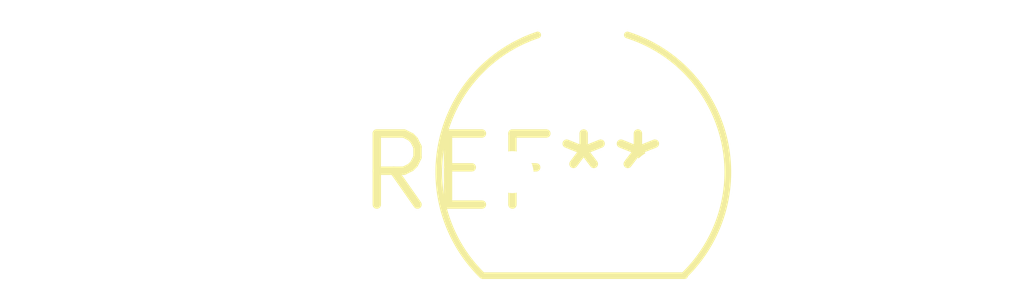
<source format=kicad_pcb>
(kicad_pcb (version 20240108) (generator pcbnew)
  (layers (0 "F.Cu" signal) (31 "B.Cu" signal) (34 "B.Paste" user) (35 "F.Paste" user) (36 "B.SilkS" user "B.Silkscreen") (37 "F.SilkS" user "F.Silkscreen") (38 "B.Mask" user) (39 "F.Mask" user) (44 "Edge.Cuts" user))
  (net 0 "")
  (footprint "TO-92_HandSolder" (layer "F.Cu") (at 0 0)
    (property "Reference" "REF**")
    (property "Value" "TO-92_HandSolder")
    (fp_line (start -0.53 1.85) (end 3.07 1.85) (layer "F.SilkS") (stroke (width 0.12)))
    (fp_arc (start -0.541875 1.841741) (mid -1.247231 -0.581764) (end 0.45 -2.45) (layer "F.SilkS") (stroke (width 0.12)))
    (fp_arc (start 2.05 -2.45) (mid 3.769931 -0.601036) (end 3.078445 1.827684) (layer "F.SilkS") (stroke (width 0.12)))
    (pad "1" thru_hole rect (at 0 0) (size 1.1 1.8) (drill 0.75 (offset 0 0.4)) (layers *.Cu *.Mask) (remove_unused_layers))
    (pad "2" thru_hole roundrect (at 1.27 -1.27) (size 1.1 1.8) (drill 0.75 (offset 0 -0.4)) (layers *.Cu *.Mask) (remove_unused_layers))
    (pad "3" thru_hole roundrect (at 2.54 0) (size 1.1 1.8) (drill 0.75 (offset 0 0.4)) (layers *.Cu *.Mask) (remove_unused_layers))
  )
)
</source>
